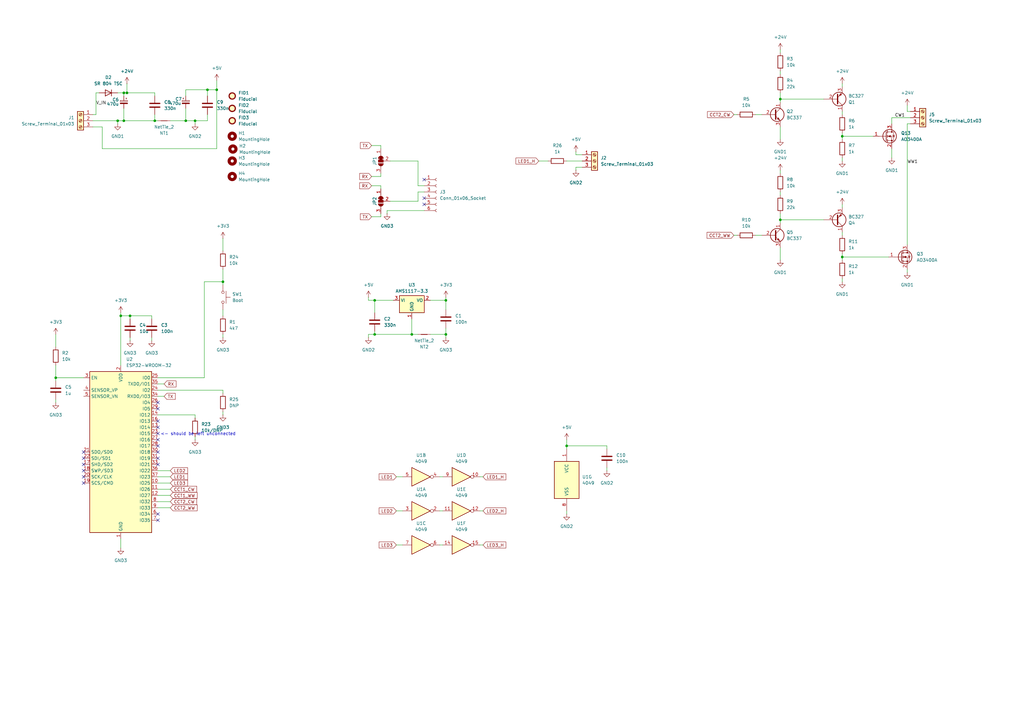
<source format=kicad_sch>
(kicad_sch (version 20231120) (generator "eeschema") (generator_version "8.0")
  (paper "A3")
  (lib_symbols
    (symbol "4xxx:4049" (pin_names (offset 1.016))
      (property "Reference" "U" (at 0 1.27 0))
      (property "Value" "4049" (at 0 -1.27 0))
      (symbol "4049_1_0"
        (pin output inverted (at 7.62 0 180) (length 3.81) (name "~") (number "2"))
        (pin input line (at -7.62 0 0) (length 3.81) (name "~") (number "3"))
      )
      (symbol "4049_2_0"
        (pin output inverted (at 7.62 0 180) (length 3.81) (name "~") (number "4"))
        (pin input line (at -7.62 0 0) (length 3.81) (name "~") (number "5"))
      )
      (symbol "4049_3_0"
        (pin output inverted (at 7.62 0 180) (length 3.81) (name "~") (number "6"))
        (pin input line (at -7.62 0 0) (length 3.81) (name "~") (number "7"))
      )
      (symbol "4049_4_0"
        (pin output inverted (at 7.62 0 180) (length 3.81) (name "~") (number "10"))
        (pin input line (at -7.62 0 0) (length 3.81) (name "~") (number "9"))
      )
      (symbol "4049_5_0"
        (pin input line (at -7.62 0 0) (length 3.81) (name "~") (number "11"))
        (pin output inverted (at 7.62 0 180) (length 3.81) (name "~") (number "12"))
      )
      (symbol "4049_6_0"
        (pin input line (at -7.62 0 0) (length 3.81) (name "~") (number "14"))
        (pin output inverted (at 7.62 0 180) (length 3.81) (name "~") (number "15"))
      )
      (symbol "4049_7_0"
        (pin power_in line (at 0 12.7 270) (length 5.08) (name "VCC") (number "1"))
        (pin power_in line (at 0 -12.7 90) (length 5.08) (name "VSS") (number "8"))
      )
    )
    (symbol "Connector:Conn_01x06_Socket" (pin_names (offset 1.016) hide)
      (property "Reference" "J" (at 0 7.62 0))
      (property "Value" "Conn_01x06_Socket" (at 0 -10.16 0))
      (symbol "Conn_01x06_Socket_1_1"
        (pin passive line (at -5.08 5.08 0) (length 3.81) (name "Pin_1") (number "1"))
        (pin passive line (at -5.08 2.54 0) (length 3.81) (name "Pin_2") (number "2"))
        (pin passive line (at -5.08 0 0) (length 3.81) (name "Pin_3") (number "3"))
        (pin passive line (at -5.08 -2.54 0) (length 3.81) (name "Pin_4") (number "4"))
        (pin passive line (at -5.08 -5.08 0) (length 3.81) (name "Pin_5") (number "5"))
        (pin passive line (at -5.08 -7.62 0) (length 3.81) (name "Pin_6") (number "6"))
      )
    )
    (symbol "Connector:Screw_Terminal_01x03" (pin_names (offset 1.016) hide)
      (property "Reference" "J" (at 0 5.08 0))
      (property "Value" "Screw_Terminal_01x03" (at 0 -5.08 0))
      (symbol "Screw_Terminal_01x03_1_1"
        (pin passive line (at -5.08 2.54 0) (length 3.81) (name "Pin_1") (number "1"))
        (pin passive line (at -5.08 0 0) (length 3.81) (name "Pin_2") (number "2"))
        (pin passive line (at -5.08 -2.54 0) (length 3.81) (name "Pin_3") (number "3"))
      )
    )
    (symbol "Device:C" (pin_numbers hide) (pin_names (offset 0.254))
      (property "Reference" "C" (at 0.635 2.54 0))
      (property "Value" "C" (at 0.635 -2.54 0))
      (symbol "C_1_1"
        (pin passive line (at 0 3.81 270) (length 2.794) (name "~") (number "1"))
        (pin passive line (at 0 -3.81 90) (length 2.794) (name "~") (number "2"))
      )
    )
    (symbol "Device:C_Polarized_Small" (pin_numbers hide) (pin_names (offset 0.254) hide)
      (property "Reference" "C" (at 0.254 1.778 0))
      (property "Value" "C_Polarized_Small" (at 0.254 -2.032 0))
      (symbol "C_Polarized_Small_1_1"
        (pin passive line (at 0 2.54 270) (length 1.8542) (name "~") (number "1"))
        (pin passive line (at 0 -2.54 90) (length 1.8542) (name "~") (number "2"))
      )
    )
    (symbol "Device:D" (pin_numbers hide) (pin_names (offset 1.016) hide)
      (property "Reference" "D" (at 0 2.54 0))
      (property "Value" "D" (at 0 -2.54 0))
      (symbol "D_1_1"
        (pin passive line (at -3.81 0 0) (length 2.54) (name "K") (number "1"))
        (pin passive line (at 3.81 0 180) (length 2.54) (name "A") (number "2"))
      )
    )
    (symbol "Device:NetTie_2" (pin_numbers hide) (pin_names (offset 0) hide) (in_bom no)
      (property "Reference" "NT" (at 0 1.27 0))
      (property "Value" "NetTie_2" (at 0 -1.27 0))
      (symbol "NetTie_2_1_1"
        (pin passive line (at -2.54 0 0) (length 2.54) (name "1") (number "1"))
        (pin passive line (at 2.54 0 180) (length 2.54) (name "2") (number "2"))
      )
    )
    (symbol "Device:R" (pin_numbers hide) (pin_names (offset 0))
      (property "Reference" "R" (at 2.032 0 90))
      (property "Value" "R" (at 0 0 90))
      (symbol "R_1_1"
        (pin passive line (at 0 3.81 270) (length 1.27) (name "~") (number "1"))
        (pin passive line (at 0 -3.81 90) (length 1.27) (name "~") (number "2"))
      )
    )
    (symbol "Jumper:SolderJumper_3_Bridged12" (pin_names (offset 0) hide) (exclude_from_sim yes) (in_bom no)
      (property "Reference" "JP" (at -2.54 -2.54 0))
      (property "Value" "SolderJumper_3_Bridged12" (at 0 2.794 0))
      (symbol "SolderJumper_3_Bridged12_1_1"
        (pin passive line (at -5.08 0 0) (length 2.54) (name "A") (number "1"))
        (pin passive line (at 0 -3.81 90) (length 2.54) (name "C") (number "2"))
        (pin passive line (at 5.08 0 180) (length 2.54) (name "B") (number "3"))
      )
    )
    (symbol "Mechanical:Fiducial" (exclude_from_sim yes) (in_bom no)
      (property "Reference" "FID" (at 0 5.08 0))
      (property "Value" "Fiducial" (at 0 3.175 0))
    )
    (symbol "Mechanical:MountingHole" (pin_names (offset 1.016)) (exclude_from_sim yes) (in_bom no)
      (property "Reference" "H" (at 0 5.08 0))
      (property "Value" "MountingHole" (at 0 3.175 0))
    )
    (symbol "RF_Module:ESP32-WROOM-32"
      (property "Reference" "U" (at -12.7 34.29 0))
      (property "Value" "ESP32-WROOM-32" (at 1.27 34.29 0))
      (symbol "ESP32-WROOM-32_1_1"
        (pin power_in line (at 0 -35.56 90) (length 2.54) (name "GND") (number "1"))
        (pin bidirectional line (at 15.24 -12.7 180) (length 2.54) (name "IO25") (number "10"))
        (pin bidirectional line (at 15.24 -15.24 180) (length 2.54) (name "IO26") (number "11"))
        (pin bidirectional line (at 15.24 -17.78 180) (length 2.54) (name "IO27") (number "12"))
        (pin bidirectional line (at 15.24 10.16 180) (length 2.54) (name "IO14") (number "13"))
        (pin bidirectional line (at 15.24 15.24 180) (length 2.54) (name "IO12") (number "14"))
        (pin passive line (at 0 -35.56 90) (length 2.54) hide (name "GND") (number "15"))
        (pin bidirectional line (at 15.24 12.7 180) (length 2.54) (name "IO13") (number "16"))
        (pin bidirectional line (at -15.24 -5.08 0) (length 2.54) (name "SHD/SD2") (number "17"))
        (pin bidirectional line (at -15.24 -7.62 0) (length 2.54) (name "SWP/SD3") (number "18"))
        (pin bidirectional line (at -15.24 -12.7 0) (length 2.54) (name "SCS/CMD") (number "19"))
        (pin power_in line (at 0 35.56 270) (length 2.54) (name "VDD") (number "2"))
        (pin bidirectional line (at -15.24 -10.16 0) (length 2.54) (name "SCK/CLK") (number "20"))
        (pin bidirectional line (at -15.24 0 0) (length 2.54) (name "SDO/SD0") (number "21"))
        (pin bidirectional line (at -15.24 -2.54 0) (length 2.54) (name "SDI/SD1") (number "22"))
        (pin bidirectional line (at 15.24 7.62 180) (length 2.54) (name "IO15") (number "23"))
        (pin bidirectional line (at 15.24 25.4 180) (length 2.54) (name "IO2") (number "24"))
        (pin bidirectional line (at 15.24 30.48 180) (length 2.54) (name "IO0") (number "25"))
        (pin bidirectional line (at 15.24 20.32 180) (length 2.54) (name "IO4") (number "26"))
        (pin bidirectional line (at 15.24 5.08 180) (length 2.54) (name "IO16") (number "27"))
        (pin bidirectional line (at 15.24 2.54 180) (length 2.54) (name "IO17") (number "28"))
        (pin bidirectional line (at 15.24 17.78 180) (length 2.54) (name "IO5") (number "29"))
        (pin input line (at -15.24 30.48 0) (length 2.54) (name "EN") (number "3"))
        (pin bidirectional line (at 15.24 0 180) (length 2.54) (name "IO18") (number "30"))
        (pin bidirectional line (at 15.24 -2.54 180) (length 2.54) (name "IO19") (number "31"))
        (pin no_connect line (at -12.7 -27.94 0) (length 2.54) hide (name "NC") (number "32"))
        (pin bidirectional line (at 15.24 -5.08 180) (length 2.54) (name "IO21") (number "33"))
        (pin bidirectional line (at 15.24 22.86 180) (length 2.54) (name "RXD0/IO3") (number "34"))
        (pin bidirectional line (at 15.24 27.94 180) (length 2.54) (name "TXD0/IO1") (number "35"))
        (pin bidirectional line (at 15.24 -7.62 180) (length 2.54) (name "IO22") (number "36"))
        (pin bidirectional line (at 15.24 -10.16 180) (length 2.54) (name "IO23") (number "37"))
        (pin passive line (at 0 -35.56 90) (length 2.54) hide (name "GND") (number "38"))
        (pin passive line (at 0 -35.56 90) (length 2.54) hide (name "GND") (number "39"))
        (pin input line (at -15.24 25.4 0) (length 2.54) (name "SENSOR_VP") (number "4"))
        (pin input line (at -15.24 22.86 0) (length 2.54) (name "SENSOR_VN") (number "5"))
        (pin input line (at 15.24 -25.4 180) (length 2.54) (name "IO34") (number "6"))
        (pin input line (at 15.24 -27.94 180) (length 2.54) (name "IO35") (number "7"))
        (pin bidirectional line (at 15.24 -20.32 180) (length 2.54) (name "IO32") (number "8"))
        (pin bidirectional line (at 15.24 -22.86 180) (length 2.54) (name "IO33") (number "9"))
      )
    )
    (symbol "Regulator_Linear:AMS1117-3.3"
      (property "Reference" "U" (at -3.81 3.175 0))
      (property "Value" "AMS1117-3.3" (at 0 3.175 0))
      (symbol "AMS1117-3.3_1_1"
        (pin power_in line (at 0 -7.62 90) (length 2.54) (name "GND") (number "1"))
        (pin power_out line (at 7.62 0 180) (length 2.54) (name "VO") (number "2"))
        (pin power_in line (at -7.62 0 0) (length 2.54) (name "VI") (number "3"))
      )
    )
    (symbol "Switch:SW_Push" (pin_numbers hide) (pin_names (offset 1.016) hide)
      (property "Reference" "SW" (at 1.27 2.54 0))
      (property "Value" "SW_Push" (at 0 -1.524 0))
      (symbol "SW_Push_0_1"
        (pin passive line (at -5.08 0 0) (length 2.54) (name "1") (number "1"))
        (pin passive line (at 5.08 0 180) (length 2.54) (name "2") (number "2"))
      )
    )
    (symbol "Transistor_BJT:BC327" (pin_names (offset 0) hide)
      (property "Reference" "Q" (at 5.08 1.905 0))
      (property "Value" "BC327" (at 5.08 0 0))
      (symbol "BC327_1_1"
        (pin passive line (at 2.54 5.08 270) (length 2.54) (name "C") (number "1"))
        (pin input line (at -5.08 0 0) (length 5.715) (name "B") (number "2"))
        (pin passive line (at 2.54 -5.08 90) (length 2.54) (name "E") (number "3"))
      )
    )
    (symbol "Transistor_BJT:BC337" (pin_names (offset 0) hide)
      (property "Reference" "Q" (at 5.08 1.905 0))
      (property "Value" "BC337" (at 5.08 0 0))
      (symbol "BC337_1_1"
        (pin passive line (at 2.54 5.08 270) (length 2.54) (name "C") (number "1"))
        (pin input line (at -5.08 0 0) (length 5.08) (name "B") (number "2"))
        (pin passive line (at 2.54 -5.08 90) (length 2.54) (name "E") (number "3"))
      )
    )
    (symbol "Transistor_FET:AO3400A" (pin_names hide)
      (property "Reference" "Q" (at 5.08 1.905 0))
      (property "Value" "AO3400A" (at 5.08 0 0))
      (symbol "AO3400A_1_1"
        (pin input line (at -5.08 0 0) (length 2.54) (name "G") (number "1"))
        (pin passive line (at 2.54 -5.08 90) (length 2.54) (name "S") (number "2"))
        (pin passive line (at 2.54 5.08 270) (length 2.54) (name "D") (number "3"))
      )
    )
    (symbol "power:+24V" (power) (pin_numbers hide) (pin_names (offset 0) hide)
      (property "Value" "+24V" (at 0 3.556 0))
      (symbol "+24V_1_1"
        (pin power_in line (at 0 0 90) (length 0) (name "~") (number "1"))
      )
    )
    (symbol "power:+3V3" (power) (pin_numbers hide) (pin_names (offset 0) hide)
      (property "Value" "+3V3" (at 0 3.556 0))
      (symbol "+3V3_1_1"
        (pin power_in line (at 0 0 90) (length 0) (name "~") (number "1"))
      )
    )
    (symbol "power:+5V" (power) (pin_numbers hide) (pin_names (offset 0) hide)
      (property "Value" "+5V" (at 0 3.556 0))
      (symbol "+5V_1_1"
        (pin power_in line (at 0 0 90) (length 0) (name "~") (number "1"))
      )
    )
    (symbol "power:GND1" (power) (pin_numbers hide) (pin_names (offset 0) hide)
      (property "Value" "GND1" (at 0 -3.81 0))
      (symbol "GND1_1_1"
        (pin power_in line (at 0 0 270) (length 0) (name "~") (number "1"))
      )
    )
    (symbol "power:GND2" (power) (pin_numbers hide) (pin_names (offset 0) hide)
      (property "Value" "GND2" (at 0 -3.81 0))
      (symbol "GND2_1_1"
        (pin power_in line (at 0 0 270) (length 0) (name "~") (number "1"))
      )
    )
    (symbol "power:GND3" (power) (pin_numbers hide) (pin_names (offset 0) hide)
      (property "Value" "GND3" (at 0 -3.81 0))
      (symbol "GND3_1_1"
        (pin power_in line (at 0 0 270) (length 0) (name "~") (number "1"))
      )
    )
  )
  (junction (at 76.2 49.53))
  (junction (at 48.26 49.53))
  (junction (at 320.04 90.17))
  (junction (at 153.67 123.19))
  (junction (at 153.67 137.16))
  (junction (at 91.44 115.57))
  (junction (at 182.88 123.19))
  (junction (at 88.9 36.83))
  (junction (at 345.44 55.88))
  (junction (at 63.5 49.53))
  (junction (at 182.88 137.16))
  (junction (at 80.01 49.53))
  (junction (at 50.8 49.53))
  (junction (at 345.44 105.41))
  (junction (at 52.07 38.1))
  (junction (at 22.86 154.94))
  (junction (at 320.04 40.64))
  (junction (at 53.34 129.54))
  (junction (at 168.91 137.16))
  (junction (at 232.41 182.88))
  (junction (at 50.8 38.1))
  (junction (at 85.09 36.83))
  (junction (at 49.53 129.54))
  (no_connect (at 64.77 185.42))
  (no_connect (at 64.77 172.72))
  (no_connect (at 64.77 165.1))
  (no_connect (at 34.29 193.04))
  (no_connect (at 64.77 175.26))
  (no_connect (at 64.77 210.82))
  (no_connect (at 34.29 187.96))
  (no_connect (at 64.77 177.8))
  (no_connect (at 34.29 190.5))
  (no_connect (at 34.29 198.12))
  (no_connect (at 34.29 195.58))
  (no_connect (at 173.99 81.28))
  (no_connect (at 64.77 190.5))
  (no_connect (at 173.99 83.82))
  (no_connect (at 64.77 182.88))
  (no_connect (at 64.77 167.64))
  (no_connect (at 64.77 180.34))
  (no_connect (at 64.77 213.36))
  (no_connect (at 34.29 185.42))
  (no_connect (at 64.77 187.96))
  (no_connect (at 173.99 73.66))
  (wire (pts (xy 80.01 180.34) (xy 80.01 179.07)))
  (wire (pts (xy 49.53 220.98) (xy 49.53 224.79)))
  (wire (pts (xy 151.13 137.16) (xy 151.13 138.43)))
  (wire (pts (xy 232.41 66.04) (xy 238.76 66.04)))
  (wire (pts (xy 168.91 137.16) (xy 171.45 137.16)))
  (wire (pts (xy 345.44 105.41) (xy 364.49 105.41)))
  (wire (pts (xy 365.76 48.26) (xy 373.38 48.26)))
  (wire (pts (xy 182.88 123.19) (xy 182.88 127)))
  (wire (pts (xy 22.86 149.86) (xy 22.86 154.94)))
  (wire (pts (xy 320.04 29.21) (xy 320.04 30.48)))
  (wire (pts (xy 248.92 191.77) (xy 248.92 193.04)))
  (wire (pts (xy 300.99 46.99) (xy 302.26 46.99)))
  (wire (pts (xy 76.2 49.53) (xy 80.01 49.53)))
  (wire (pts (xy 64.77 198.12) (xy 69.85 198.12)))
  (wire (pts (xy 80.01 170.18) (xy 80.01 171.45)))
  (wire (pts (xy 41.91 60.96) (xy 88.9 60.96)))
  (wire (pts (xy 182.88 134.62) (xy 182.88 137.16)))
  (wire (pts (xy 238.76 63.5) (xy 236.22 63.5)))
  (wire (pts (xy 248.92 182.88) (xy 248.92 184.15)))
  (wire (pts (xy 372.11 45.72) (xy 373.38 45.72)))
  (wire (pts (xy 151.13 137.16) (xy 153.67 137.16)))
  (wire (pts (xy 48.26 38.1) (xy 50.8 38.1)))
  (wire (pts (xy 50.8 44.45) (xy 50.8 49.53)))
  (wire (pts (xy 64.77 200.66) (xy 69.85 200.66)))
  (wire (pts (xy 320.04 101.6) (xy 320.04 106.68)))
  (wire (pts (xy 320.04 90.17) (xy 337.82 90.17)))
  (wire (pts (xy 182.88 137.16) (xy 182.88 138.43)))
  (wire (pts (xy 85.09 36.83) (xy 85.09 39.37)))
  (wire (pts (xy 345.44 34.29) (xy 345.44 35.56)))
  (wire (pts (xy 152.4 88.9) (xy 156.21 88.9)))
  (wire (pts (xy 63.5 46.99) (xy 63.5 49.53)))
  (wire (pts (xy 80.01 49.53) (xy 85.09 49.53)))
  (wire (pts (xy 320.04 78.74) (xy 320.04 80.01)))
  (wire (pts (xy 320.04 38.1) (xy 320.04 40.64)))
  (wire (pts (xy 171.45 78.74) (xy 173.99 78.74)))
  (wire (pts (xy 62.23 139.7) (xy 62.23 138.43)))
  (wire (pts (xy 232.41 182.88) (xy 248.92 182.88)))
  (wire (pts (xy 232.41 182.88) (xy 232.41 184.15)))
  (wire (pts (xy 345.44 114.3) (xy 345.44 115.57)))
  (wire (pts (xy 50.8 38.1) (xy 52.07 38.1)))
  (wire (pts (xy 39.37 38.1) (xy 39.37 46.99)))
  (wire (pts (xy 64.77 195.58) (xy 69.85 195.58)))
  (wire (pts (xy 38.1 52.07) (xy 41.91 52.07)))
  (wire (pts (xy 156.21 88.9) (xy 156.21 87.63)))
  (wire (pts (xy 22.86 154.94) (xy 34.29 154.94)))
  (wire (pts (xy 64.77 205.74) (xy 69.85 205.74)))
  (wire (pts (xy 91.44 116.84) (xy 91.44 115.57)))
  (wire (pts (xy 50.8 38.1) (xy 50.8 39.37)))
  (wire (pts (xy 345.44 55.88) (xy 345.44 57.15)))
  (wire (pts (xy 64.77 193.04) (xy 69.85 193.04)))
  (wire (pts (xy 320.04 40.64) (xy 320.04 41.91)))
  (wire (pts (xy 91.44 102.87) (xy 91.44 97.79)))
  (wire (pts (xy 180.34 223.52) (xy 181.61 223.52)))
  (wire (pts (xy 345.44 95.25) (xy 345.44 96.52)))
  (wire (pts (xy 91.44 110.49) (xy 91.44 115.57)))
  (wire (pts (xy 320.04 90.17) (xy 320.04 91.44)))
  (wire (pts (xy 153.67 137.16) (xy 168.91 137.16)))
  (wire (pts (xy 198.12 195.58) (xy 196.85 195.58)))
  (wire (pts (xy 85.09 46.99) (xy 85.09 49.53)))
  (wire (pts (xy 22.86 142.24) (xy 22.86 137.16)))
  (wire (pts (xy 345.44 55.88) (xy 358.14 55.88)))
  (wire (pts (xy 372.11 110.49) (xy 372.11 111.76)))
  (wire (pts (xy 232.41 209.55) (xy 232.41 210.82)))
  (wire (pts (xy 151.13 123.19) (xy 153.67 123.19)))
  (wire (pts (xy 88.9 36.83) (xy 88.9 60.96)))
  (wire (pts (xy 153.67 123.19) (xy 161.29 123.19)))
  (wire (pts (xy 50.8 49.53) (xy 63.5 49.53)))
  (wire (pts (xy 76.2 36.83) (xy 85.09 36.83)))
  (wire (pts (xy 300.99 96.52) (xy 302.26 96.52)))
  (wire (pts (xy 236.22 63.5) (xy 236.22 62.23)))
  (wire (pts (xy 64.77 162.56) (xy 67.31 162.56)))
  (wire (pts (xy 372.11 50.8) (xy 372.11 100.33)))
  (wire (pts (xy 171.45 66.04) (xy 160.02 66.04)))
  (wire (pts (xy 156.21 72.39) (xy 156.21 71.12)))
  (wire (pts (xy 153.67 135.89) (xy 153.67 137.16)))
  (wire (pts (xy 176.53 123.19) (xy 182.88 123.19)))
  (wire (pts (xy 49.53 128.27) (xy 49.53 129.54)))
  (wire (pts (xy 365.76 50.8) (xy 365.76 48.26)))
  (wire (pts (xy 91.44 170.18) (xy 91.44 168.91)))
  (wire (pts (xy 372.11 43.18) (xy 372.11 45.72)))
  (wire (pts (xy 309.88 46.99) (xy 312.42 46.99)))
  (wire (pts (xy 22.86 156.21) (xy 22.86 154.94)))
  (wire (pts (xy 64.77 154.94) (xy 83.82 154.94)))
  (wire (pts (xy 152.4 72.39) (xy 156.21 72.39)))
  (wire (pts (xy 63.5 49.53) (xy 64.77 49.53)))
  (wire (pts (xy 196.85 209.55) (xy 198.12 209.55)))
  (wire (pts (xy 152.4 59.69) (xy 156.21 59.69)))
  (wire (pts (xy 76.2 39.37) (xy 76.2 36.83)))
  (wire (pts (xy 49.53 129.54) (xy 53.34 129.54)))
  (wire (pts (xy 320.04 87.63) (xy 320.04 90.17)))
  (wire (pts (xy 173.99 76.2) (xy 171.45 76.2)))
  (wire (pts (xy 171.45 76.2) (xy 171.45 66.04)))
  (wire (pts (xy 63.5 38.1) (xy 63.5 39.37)))
  (wire (pts (xy 39.37 46.99) (xy 38.1 46.99)))
  (wire (pts (xy 80.01 49.53) (xy 80.01 50.8)))
  (wire (pts (xy 49.53 129.54) (xy 49.53 149.86)))
  (wire (pts (xy 53.34 129.54) (xy 62.23 129.54)))
  (wire (pts (xy 345.44 45.72) (xy 345.44 46.99)))
  (wire (pts (xy 52.07 34.29) (xy 52.07 38.1)))
  (wire (pts (xy 76.2 49.53) (xy 69.85 49.53)))
  (wire (pts (xy 48.26 49.53) (xy 48.26 50.8)))
  (wire (pts (xy 220.98 66.04) (xy 224.79 66.04)))
  (wire (pts (xy 160.02 82.55) (xy 171.45 82.55)))
  (wire (pts (xy 372.11 50.8) (xy 373.38 50.8)))
  (wire (pts (xy 64.77 203.2) (xy 69.85 203.2)))
  (wire (pts (xy 181.61 195.58) (xy 180.34 195.58)))
  (wire (pts (xy 83.82 115.57) (xy 83.82 154.94)))
  (wire (pts (xy 52.07 38.1) (xy 63.5 38.1)))
  (wire (pts (xy 156.21 59.69) (xy 156.21 60.96)))
  (wire (pts (xy 64.77 160.02) (xy 91.44 160.02)))
  (wire (pts (xy 62.23 130.81) (xy 62.23 129.54)))
  (wire (pts (xy 91.44 160.02) (xy 91.44 161.29)))
  (wire (pts (xy 88.9 33.02) (xy 88.9 36.83)))
  (wire (pts (xy 151.13 121.92) (xy 151.13 123.19)))
  (wire (pts (xy 64.77 208.28) (xy 69.85 208.28)))
  (wire (pts (xy 309.88 96.52) (xy 312.42 96.52)))
  (wire (pts (xy 345.44 83.82) (xy 345.44 85.09)))
  (wire (pts (xy 236.22 69.85) (xy 236.22 68.58)))
  (wire (pts (xy 345.44 104.14) (xy 345.44 105.41)))
  (wire (pts (xy 53.34 130.81) (xy 53.34 129.54)))
  (wire (pts (xy 176.53 137.16) (xy 182.88 137.16)))
  (wire (pts (xy 345.44 105.41) (xy 345.44 106.68)))
  (wire (pts (xy 76.2 44.45) (xy 76.2 49.53)))
  (wire (pts (xy 168.91 137.16) (xy 168.91 130.81)))
  (wire (pts (xy 153.67 123.19) (xy 153.67 128.27)))
  (wire (pts (xy 91.44 138.43) (xy 91.44 137.16)))
  (wire (pts (xy 320.04 52.07) (xy 320.04 57.15)))
  (wire (pts (xy 345.44 64.77) (xy 345.44 66.04)))
  (wire (pts (xy 156.21 76.2) (xy 156.21 77.47)))
  (wire (pts (xy 182.88 121.92) (xy 182.88 123.19)))
  (wire (pts (xy 85.09 36.83) (xy 88.9 36.83)))
  (wire (pts (xy 320.04 69.85) (xy 320.04 71.12)))
  (wire (pts (xy 41.91 52.07) (xy 41.91 60.96)))
  (wire (pts (xy 91.44 127) (xy 91.44 129.54)))
  (wire (pts (xy 53.34 139.7) (xy 53.34 138.43)))
  (wire (pts (xy 181.61 209.55) (xy 180.34 209.55)))
  (wire (pts (xy 345.44 54.61) (xy 345.44 55.88)))
  (wire (pts (xy 91.44 115.57) (xy 83.82 115.57)))
  (wire (pts (xy 320.04 40.64) (xy 337.82 40.64)))
  (wire (pts (xy 158.75 87.63) (xy 158.75 86.36)))
  (wire (pts (xy 232.41 180.34) (xy 232.41 182.88)))
  (wire (pts (xy 158.75 86.36) (xy 173.99 86.36)))
  (wire (pts (xy 162.56 223.52) (xy 165.1 223.52)))
  (wire (pts (xy 22.86 165.1) (xy 22.86 163.83)))
  (wire (pts (xy 39.37 38.1) (xy 40.64 38.1)))
  (wire (pts (xy 365.76 60.96) (xy 365.76 64.77)))
  (wire (pts (xy 152.4 76.2) (xy 156.21 76.2)))
  (wire (pts (xy 320.04 20.32) (xy 320.04 21.59)))
  (wire (pts (xy 162.56 195.58) (xy 165.1 195.58)))
  (wire (pts (xy 64.77 170.18) (xy 80.01 170.18)))
  (wire (pts (xy 48.26 49.53) (xy 50.8 49.53)))
  (wire (pts (xy 38.1 49.53) (xy 48.26 49.53)))
  (wire (pts (xy 171.45 82.55) (xy 171.45 78.74)))
  (wire (pts (xy 236.22 68.58) (xy 238.76 68.58)))
  (wire (pts (xy 162.56 209.55) (xy 165.1 209.55)))
  (wire (pts (xy 196.85 223.52) (xy 198.12 223.52)))
  (wire (pts (xy 64.77 157.48) (xy 67.31 157.48)))
  (text "<- should be left unconnected" (at 81.28 178.054 0) (effects (font (size 1.27 1.27))))
  (label "WW1" (at 372.11 67.31 0))
  (label "V_IN" (at 39.37 43.18 0))
  (label "CW1" (at 367.03 48.26 0))
  (global_label "LED1" (shape input) (at 162.56 195.58 180) (property "Intersheetrefs" "${INTERSHEET_REFS}" (effects (hide yes))))
  (global_label "TX" (shape input) (at 67.31 162.56 0) (property "Intersheetrefs" "${INTERSHEET_REFS}" (effects (hide yes))))
  (global_label "RX" (shape input) (at 67.31 157.48 0) (property "Intersheetrefs" "${INTERSHEET_REFS}" (effects (hide yes))))
  (global_label "TX" (shape input) (at 152.4 59.69 180) (property "Intersheetrefs" "${INTERSHEET_REFS}" (effects (hide yes))))
  (global_label "RX" (shape input) (at 152.4 76.2 180) (property "Intersheetrefs" "${INTERSHEET_REFS}" (effects (hide yes))))
  (global_label "LED3" (shape input) (at 162.56 223.52 180) (property "Intersheetrefs" "${INTERSHEET_REFS}" (effects (hide yes))))
  (global_label "TX" (shape input) (at 152.4 88.9 180) (property "Intersheetrefs" "${INTERSHEET_REFS}" (effects (hide yes))))
  (global_label "LED1" (shape input) (at 69.85 195.58 0) (property "Intersheetrefs" "${INTERSHEET_REFS}" (effects (hide yes))))
  (global_label "LED2" (shape input) (at 69.85 193.04 0) (property "Intersheetrefs" "${INTERSHEET_REFS}" (effects (hide yes))))
  (global_label "CCT2_CW" (shape input) (at 69.85 205.74 0) (property "Intersheetrefs" "${INTERSHEET_REFS}" (effects (hide yes))))
  (global_label "LED2" (shape input) (at 162.56 209.55 180) (property "Intersheetrefs" "${INTERSHEET_REFS}" (effects (hide yes))))
  (global_label "LED3_H" (shape input) (at 198.12 223.52 0) (property "Intersheetrefs" "${INTERSHEET_REFS}" (effects (hide yes))))
  (global_label "LED1_H" (shape input) (at 198.12 195.58 0) (property "Intersheetrefs" "${INTERSHEET_REFS}" (effects (hide yes))))
  (global_label "LED1_H" (shape input) (at 220.98 66.04 180) (property "Intersheetrefs" "${INTERSHEET_REFS}" (effects (hide yes))))
  (global_label "LED2_H" (shape input) (at 198.12 209.55 0) (property "Intersheetrefs" "${INTERSHEET_REFS}" (effects (hide yes))))
  (global_label "CCT2_WW" (shape input) (at 300.99 96.52 180) (property "Intersheetrefs" "${INTERSHEET_REFS}" (effects (hide yes))))
  (global_label "CCT1_WW" (shape input) (at 69.85 203.2 0) (property "Intersheetrefs" "${INTERSHEET_REFS}" (effects (hide yes))))
  (global_label "CCT2_CW" (shape input) (at 300.99 46.99 180) (property "Intersheetrefs" "${INTERSHEET_REFS}" (effects (hide yes))))
  (global_label "RX" (shape input) (at 152.4 72.39 180) (property "Intersheetrefs" "${INTERSHEET_REFS}" (effects (hide yes))))
  (global_label "CCT2_WW" (shape input) (at 69.85 208.28 0) (property "Intersheetrefs" "${INTERSHEET_REFS}" (effects (hide yes))))
  (global_label "LED3" (shape input) (at 69.85 198.12 0) (property "Intersheetrefs" "${INTERSHEET_REFS}" (effects (hide yes))))
  (global_label "CCT1_CW" (shape input) (at 69.85 200.66 0) (property "Intersheetrefs" "${INTERSHEET_REFS}" (effects (hide yes))))
  (symbol (lib_id "power:GND1") (at 345.44 66.04 0) (unit 1)
    (property "Reference" "#PWR016" (effects (hide yes)))
    (property "Value" "GND1" (at 345.44 71.12 0))
    (property "Description" "Power symbol creates a global label with name \"GND1\" , ground" (effects (hide yes)))
  )
  (symbol (lib_id "power:GND3") (at 53.34 139.7 0) (unit 1)
    (property "Reference" "#PWR035" (effects (hide yes)))
    (property "Value" "GND3" (at 53.34 144.78 0))
    (property "Description" "Power symbol creates a global label with name \"GND3\" , ground" (effects (hide yes)))
  )
  (symbol (lib_id "Device:C") (at 63.5 43.18 0) (unit 1)
    (property "Reference" "C8" (at 67.31 41.9099 0) (effects (justify left)))
    (property "Value" "330n" (at 67.31 44.4499 0) (effects (justify left)))
    (property "Footprint" "Capacitor_SMD:C_0805_2012Metric_Pad1.18x1.45mm_HandSolder" (effects (hide yes)))
    (property "Description" "Unpolarized capacitor" (effects (hide yes)))
  )
  (symbol (lib_id "Connector:Screw_Terminal_01x03") (at 33.02 49.53 0) (mirror y) (unit 1)
    (property "Reference" "J1" (at 30.48 48.2599 0) (effects (justify left)))
    (property "Value" "Screw_Terminal_01x03" (at 30.48 50.7999 0) (effects (justify left)))
    (property "Footprint" "TerminalBlock_MetzConnect:TerminalBlock_MetzConnect_Type701_RT11L03HGLU_1x03_P6.35mm_Horizontal" (effects (hide yes)))
    (property "Description" "Generic screw terminal, single row, 01x03, script generated (kicad-library-utils/schlib/autogen/connector/)" (effects (hide yes)))
  )
  (symbol (lib_id "Device:C") (at 248.92 187.96 0) (unit 1)
    (property "Reference" "C10" (at 252.73 186.6899 0) (effects (justify left)))
    (property "Value" "100n" (at 252.73 189.2299 0) (effects (justify left)))
    (property "Footprint" "Capacitor_SMD:C_0805_2012Metric_Pad1.18x1.45mm_HandSolder" (effects (hide yes)))
    (property "Description" "Unpolarized capacitor" (effects (hide yes)))
  )
  (symbol (lib_id "power:+24V") (at 320.04 69.85 0) (unit 1)
    (property "Reference" "#PWR018" (effects (hide yes)))
    (property "Value" "+24V" (at 320.04 64.77 0))
    (property "Description" "Power symbol creates a global label with name \"+24V\"" (effects (hide yes)))
  )
  (symbol (lib_id "power:GND2") (at 151.13 138.43 0) (unit 1)
    (property "Reference" "#PWR048" (effects (hide yes)))
    (property "Value" "GND2" (at 151.13 143.51 0))
    (property "Description" "Power symbol creates a global label with name \"GND2\" , ground" (effects (hide yes)))
  )
  (symbol (lib_id "Device:R") (at 320.04 34.29 180) (unit 1)
    (property "Reference" "R4" (at 322.58 33.0199 0) (effects (justify right)))
    (property "Value" "22k" (at 322.58 35.5599 0) (effects (justify right)))
    (property "Footprint" "Capacitor_SMD:C_1206_3216Metric_Pad1.33x1.80mm_HandSolder" (effects (hide yes)))
    (property "Description" "Resistor" (effects (hide yes)))
  )
  (symbol (lib_id "4xxx:4049") (at 189.23 195.58 0) (unit 4)
    (property "Reference" "U1" (at 189.23 186.69 0))
    (property "Value" "4049" (at 189.23 189.23 0))
    (property "Footprint" "Package_SO:SO-16_3.9x9.9mm_P1.27mm" (effects (hide yes)))
    (property "Datasheet" "http://www.intersil.com/content/dam/intersil/documents/cd40/cd4049ubms.pdf" (effects (hide yes)))
    (property "Description" "Hex Buffer Inverter" (effects (hide yes)))
  )
  (symbol (lib_id "power:GND3") (at 182.88 138.43 0) (unit 1)
    (property "Reference" "#PWR07" (effects (hide yes)))
    (property "Value" "GND3" (at 182.88 143.51 0))
    (property "Description" "Power symbol creates a global label with name \"GND3\" , ground" (effects (hide yes)))
  )
  (symbol (lib_id "power:GND3") (at 49.53 224.79 0) (unit 1)
    (property "Reference" "#PWR02" (effects (hide yes)))
    (property "Value" "GND3" (at 49.53 229.87 0))
    (property "Description" "Power symbol creates a global label with name \"GND3\" , ground" (effects (hide yes)))
  )
  (symbol (lib_id "power:+24V") (at 372.11 43.18 0) (unit 1)
    (property "Reference" "#PWR040" (effects (hide yes)))
    (property "Value" "+24V" (at 372.11 38.1 0))
    (property "Description" "Power symbol creates a global label with name \"+24V\"" (effects (hide yes)))
  )
  (symbol (lib_id "Device:C") (at 53.34 134.62 0) (unit 1)
    (property "Reference" "C4" (at 57.15 133.3499 0) (effects (justify left)))
    (property "Value" "10u" (at 57.15 135.8899 0) (effects (justify left)))
    (property "Footprint" "Capacitor_SMD:C_0805_2012Metric_Pad1.18x1.45mm_HandSolder" (effects (hide yes)))
    (property "Description" "Unpolarized capacitor" (effects (hide yes)))
  )
  (symbol (lib_id "Device:C_Polarized_Small") (at 76.2 41.91 0) (unit 1)
    (property "Reference" "C7" (at 71.882 40.64 0) (effects (justify left)))
    (property "Value" "470u" (at 69.342 42.418 0) (effects (justify left)))
    (property "Footprint" "Capacitor_SMD:CP_Elec_10x10" (effects (hide yes)))
    (property "Description" "Polarized capacitor, small symbol" (effects (hide yes)))
  )
  (symbol (lib_id "power:GND3") (at 80.01 180.34 0) (unit 1)
    (property "Reference" "#PWR03" (effects (hide yes)))
    (property "Value" "GND3" (at 80.01 185.42 0))
    (property "Description" "Power symbol creates a global label with name \"GND3\" , ground" (effects (hide yes)))
  )
  (symbol (lib_id "power:+3V3") (at 182.88 121.92 0) (unit 1)
    (property "Reference" "#PWR01" (effects (hide yes)))
    (property "Value" "+3V3" (at 182.88 116.84 0))
    (property "Description" "Power symbol creates a global label with name \"+3V3\"" (effects (hide yes)))
  )
  (symbol (lib_id "Transistor_BJT:BC337") (at 317.5 46.99 0) (unit 1)
    (property "Reference" "Q2" (at 322.58 45.7199 0) (effects (justify left)))
    (property "Value" "BC337" (at 322.58 48.2599 0) (effects (justify left)))
    (property "Footprint" "Package_TO_SOT_THT:TO-92_Inline" (effects (hide yes)))
    (property "Datasheet" "https://diotec.com/tl_files/diotec/files/pdf/datasheets/bc337.pdf" (effects (hide yes)))
    (property "Description" "0.8A Ic, 45V Vce, NPN Transistor, TO-92" (effects (hide yes)))
  )
  (symbol (lib_id "power:GND1") (at 365.76 64.77 0) (unit 1)
    (property "Reference" "#PWR017" (effects (hide yes)))
    (property "Value" "GND1" (at 365.76 69.85 0))
    (property "Description" "Power symbol creates a global label with name \"GND1\" , ground" (effects (hide yes)))
  )
  (symbol (lib_id "Device:C") (at 182.88 130.81 0) (unit 1)
    (property "Reference" "C1" (at 186.69 129.5399 0) (effects (justify left)))
    (property "Value" "100n" (at 186.69 132.0799 0) (effects (justify left)))
    (property "Footprint" "Capacitor_SMD:C_0805_2012Metric_Pad1.18x1.45mm_HandSolder" (effects (hide yes)))
    (property "Description" "Unpolarized capacitor" (effects (hide yes)))
  )
  (symbol (lib_id "Connector:Screw_Terminal_01x03") (at 378.46 48.26 0) (unit 1)
    (property "Reference" "J5" (at 381 46.9899 0) (effects (justify left)))
    (property "Value" "Screw_Terminal_01x03" (at 381 49.5299 0) (effects (justify left)))
    (property "Footprint" "TerminalBlock_Phoenix:TerminalBlock_Phoenix_MPT-0,5-3-2.54_1x03_P2.54mm_Horizontal" (effects (hide yes)))
    (property "Description" "Generic screw terminal, single row, 01x03, script generated (kicad-library-utils/schlib/autogen/connector/)" (effects (hide yes)))
  )
  (symbol (lib_id "Device:C") (at 153.67 132.08 0) (unit 1)
    (property "Reference" "C2" (at 157.48 130.8099 0) (effects (justify left)))
    (property "Value" "330n" (at 157.48 133.3499 0) (effects (justify left)))
    (property "Footprint" "Capacitor_SMD:C_0805_2012Metric_Pad1.18x1.45mm_HandSolder" (effects (hide yes)))
    (property "Description" "Unpolarized capacitor" (effects (hide yes)))
  )
  (symbol (lib_id "power:GND3") (at 91.44 138.43 0) (unit 1)
    (property "Reference" "#PWR08" (effects (hide yes)))
    (property "Value" "GND3" (at 91.44 143.51 0))
    (property "Description" "Power symbol creates a global label with name \"GND3\" , ground" (effects (hide yes)))
  )
  (symbol (lib_id "power:+3V3") (at 49.53 128.27 0) (unit 1)
    (property "Reference" "#PWR05" (effects (hide yes)))
    (property "Value" "+3V3" (at 49.53 123.19 0))
    (property "Description" "Power symbol creates a global label with name \"+3V3\"" (effects (hide yes)))
  )
  (symbol (lib_id "power:+3V3") (at 22.86 137.16 0) (unit 1)
    (property "Reference" "#PWR037" (effects (hide yes)))
    (property "Value" "+3V3" (at 22.86 132.08 0))
    (property "Description" "Power symbol creates a global label with name \"+3V3\"" (effects (hide yes)))
  )
  (symbol (lib_id "Device:R") (at 91.44 133.35 0) (unit 1)
    (property "Reference" "R1" (at 93.98 132.0799 0) (effects (justify left)))
    (property "Value" "4k7" (at 93.98 134.6199 0) (effects (justify left)))
    (property "Footprint" "Capacitor_SMD:C_1206_3216Metric_Pad1.33x1.80mm_HandSolder" (effects (hide yes)))
    (property "Description" "Resistor" (effects (hide yes)))
  )
  (symbol (lib_id "Device:R") (at 345.44 50.8 180) (unit 1)
    (property "Reference" "R6" (at 347.98 49.5299 0) (effects (justify right)))
    (property "Value" "1k" (at 347.98 52.0699 0) (effects (justify right)))
    (property "Footprint" "Capacitor_SMD:C_1206_3216Metric_Pad1.33x1.80mm_HandSolder" (effects (hide yes)))
    (property "Description" "Resistor" (effects (hide yes)))
  )
  (symbol (lib_id "Device:R") (at 80.01 175.26 0) (unit 1)
    (property "Reference" "R23" (at 82.55 173.9899 0) (effects (justify left)))
    (property "Value" "10k/DNP" (at 82.55 176.5299 0) (effects (justify left)))
    (property "Footprint" "Capacitor_SMD:C_1206_3216Metric_Pad1.33x1.80mm_HandSolder" (effects (hide yes)))
    (property "Description" "Resistor" (effects (hide yes)))
  )
  (symbol (lib_id "Device:R") (at 345.44 100.33 180) (unit 1)
    (property "Reference" "R11" (at 347.98 99.0599 0) (effects (justify right)))
    (property "Value" "1k" (at 347.98 101.5999 0) (effects (justify right)))
    (property "Footprint" "Capacitor_SMD:C_1206_3216Metric_Pad1.33x1.80mm_HandSolder" (effects (hide yes)))
    (property "Description" "Resistor" (effects (hide yes)))
  )
  (symbol (lib_id "Device:R") (at 91.44 106.68 0) (unit 1)
    (property "Reference" "R24" (at 93.98 105.4099 0) (effects (justify left)))
    (property "Value" "10k" (at 93.98 107.9499 0) (effects (justify left)))
    (property "Footprint" "Capacitor_SMD:C_1206_3216Metric_Pad1.33x1.80mm_HandSolder" (effects (hide yes)))
    (property "Description" "Resistor" (effects (hide yes)))
  )
  (symbol (lib_id "Device:NetTie_2") (at 67.31 49.53 0) (mirror x) (unit 1) (in_bom no)
    (property "Reference" "NT1" (at 67.31 54.61 0))
    (property "Value" "NetTie_2" (at 67.31 52.07 0))
    (property "Footprint" "NetTie:NetTie-2_SMD_Pad2.0mm" (effects (hide yes)))
    (property "Description" "Net tie, 2 pins" (effects (hide yes)))
  )
  (symbol (lib_id "power:GND3") (at 62.23 139.7 0) (unit 1)
    (property "Reference" "#PWR034" (effects (hide yes)))
    (property "Value" "GND3" (at 62.23 144.78 0))
    (property "Description" "Power symbol creates a global label with name \"GND3\" , ground" (effects (hide yes)))
  )
  (symbol (lib_id "Mechanical:MountingHole") (at 95.25 55.88 0) (unit 1) (exclude_from_sim yes) (in_bom no)
    (property "Reference" "H1" (at 97.79 54.6099 0) (effects (justify left)))
    (property "Value" "MountingHole" (at 97.79 57.1499 0) (effects (justify left)))
    (property "Footprint" "MountingHole:MountingHole_3.2mm_M3" (effects (hide yes)))
    (property "Description" "Mounting Hole without connection" (effects (hide yes)))
  )
  (symbol (lib_id "Device:R") (at 345.44 110.49 180) (unit 1)
    (property "Reference" "R12" (at 347.98 109.2199 0) (effects (justify right)))
    (property "Value" "1k" (at 347.98 111.7599 0) (effects (justify right)))
    (property "Footprint" "Capacitor_SMD:C_1206_3216Metric_Pad1.33x1.80mm_HandSolder" (effects (hide yes)))
    (property "Description" "Resistor" (effects (hide yes)))
  )
  (symbol (lib_id "power:GND2") (at 80.01 50.8 0) (unit 1)
    (property "Reference" "#PWR047" (effects (hide yes)))
    (property "Value" "GND2" (at 80.01 55.88 0))
    (property "Description" "Power symbol creates a global label with name \"GND2\" , ground" (effects (hide yes)))
  )
  (symbol (lib_id "Device:C") (at 22.86 160.02 0) (unit 1)
    (property "Reference" "C5" (at 26.67 158.7499 0) (effects (justify left)))
    (property "Value" "1u" (at 26.67 161.2899 0) (effects (justify left)))
    (property "Footprint" "Capacitor_SMD:C_0805_2012Metric_Pad1.18x1.45mm_HandSolder" (effects (hide yes)))
    (property "Description" "Unpolarized capacitor" (effects (hide yes)))
  )
  (symbol (lib_id "power:+24V") (at 345.44 83.82 0) (unit 1)
    (property "Reference" "#PWR019" (effects (hide yes)))
    (property "Value" "+24V" (at 345.44 78.74 0))
    (property "Description" "Power symbol creates a global label with name \"+24V\"" (effects (hide yes)))
  )
  (symbol (lib_id "power:GND2") (at 236.22 69.85 0) (unit 1)
    (property "Reference" "#PWR04" (effects (hide yes)))
    (property "Value" "GND2" (at 236.22 74.93 0))
    (property "Description" "Power symbol creates a global label with name \"GND2\" , ground" (effects (hide yes)))
  )
  (symbol (lib_id "power:GND1") (at 320.04 106.68 0) (unit 1)
    (property "Reference" "#PWR022" (effects (hide yes)))
    (property "Value" "GND1" (at 320.04 111.76 0))
    (property "Description" "Power symbol creates a global label with name \"GND1\" , ground" (effects (hide yes)))
  )
  (symbol (lib_id "Transistor_FET:AO3400A") (at 363.22 55.88 0) (unit 1)
    (property "Reference" "Q13" (at 369.57 54.6099 0) (effects (justify left)))
    (property "Value" "AO3400A" (at 369.57 57.1499 0) (effects (justify left)))
    (property "Footprint" "Package_TO_SOT_SMD:SOT-23" (effects (hide yes)))
    (property "Datasheet" "http://www.aosmd.com/pdfs/datasheet/AO3400A.pdf" (effects (hide yes)))
    (property "Description" "30V Vds, 5.7A Id, N-Channel MOSFET, SOT-23" (effects (hide yes)))
  )
  (symbol (lib_id "Device:R") (at 320.04 25.4 180) (unit 1)
    (property "Reference" "R3" (at 322.58 24.1299 0) (effects (justify right)))
    (property "Value" "10k" (at 322.58 26.6699 0) (effects (justify right)))
    (property "Footprint" "Capacitor_SMD:C_1206_3216Metric_Pad1.33x1.80mm_HandSolder" (effects (hide yes)))
    (property "Description" "Resistor" (effects (hide yes)))
  )
  (symbol (lib_id "power:GND1") (at 372.11 111.76 0) (unit 1)
    (property "Reference" "#PWR020" (effects (hide yes)))
    (property "Value" "GND1" (at 372.11 116.84 0))
    (property "Description" "Power symbol creates a global label with name \"GND1\" , ground" (effects (hide yes)))
  )
  (symbol (lib_id "Device:R") (at 306.07 46.99 90) (unit 1)
    (property "Reference" "R5" (at 306.07 40.64 90))
    (property "Value" "10k" (at 306.07 43.18 90))
    (property "Footprint" "Capacitor_SMD:C_1206_3216Metric_Pad1.33x1.80mm_HandSolder" (effects (hide yes)))
    (property "Description" "Resistor" (effects (hide yes)))
  )
  (symbol (lib_id "Jumper:SolderJumper_3_Bridged12") (at 156.21 82.55 90) (mirror x) (unit 1) (exclude_from_sim yes) (in_bom no)
    (property "Reference" "JP2" (at 153.67 82.55 0))
    (property "Value" "SolderJumper_3_Bridged12" (effects (hide yes)))
    (property "Footprint" "Jumper:SolderJumper-3_P1.3mm_Bridged12_RoundedPad1.0x1.5mm" (effects (hide yes)))
    (property "Description" "3-pole Solder Jumper, pins 1+2 closed/bridged" (effects (hide yes)))
  )
  (symbol (lib_id "Device:R") (at 22.86 146.05 0) (unit 1)
    (property "Reference" "R2" (at 25.4 144.7799 0) (effects (justify left)))
    (property "Value" "10k" (at 25.4 147.3199 0) (effects (justify left)))
    (property "Footprint" "Capacitor_SMD:C_1206_3216Metric_Pad1.33x1.80mm_HandSolder" (effects (hide yes)))
    (property "Description" "Resistor" (effects (hide yes)))
  )
  (symbol (lib_id "power:GND2") (at 232.41 210.82 0) (unit 1)
    (property "Reference" "#PWR049" (effects (hide yes)))
    (property "Value" "GND2" (at 232.41 215.9 0))
    (property "Description" "Power symbol creates a global label with name \"GND2\" , ground" (effects (hide yes)))
  )
  (symbol (lib_id "Jumper:SolderJumper_3_Bridged12") (at 156.21 66.04 90) (mirror x) (unit 1) (exclude_from_sim yes) (in_bom no)
    (property "Reference" "JP1" (at 153.67 66.04 0))
    (property "Value" "SolderJumper_3_Bridged12" (effects (hide yes)))
    (property "Footprint" "Jumper:SolderJumper-3_P1.3mm_Bridged12_RoundedPad1.0x1.5mm" (effects (hide yes)))
    (property "Description" "3-pole Solder Jumper, pins 1+2 closed/bridged" (effects (hide yes)))
  )
  (symbol (lib_id "4xxx:4049") (at 172.72 209.55 0) (unit 1)
    (property "Reference" "U1" (at 172.72 200.66 0))
    (property "Value" "4049" (at 172.72 203.2 0))
    (property "Footprint" "Package_SO:SO-16_3.9x9.9mm_P1.27mm" (effects (hide yes)))
    (property "Datasheet" "http://www.intersil.com/content/dam/intersil/documents/cd40/cd4049ubms.pdf" (effects (hide yes)))
    (property "Description" "Hex Buffer Inverter" (effects (hide yes)))
  )
  (symbol (lib_id "power:GND1") (at 48.26 50.8 0) (unit 1)
    (property "Reference" "#PWR039" (effects (hide yes)))
    (property "Value" "GND1" (at 48.26 55.88 0))
    (property "Description" "Power symbol creates a global label with name \"GND1\" , ground" (effects (hide yes)))
  )
  (symbol (lib_id "4xxx:4049") (at 232.41 196.85 0) (unit 7)
    (property "Reference" "U1" (at 238.76 195.5799 0) (effects (justify left)))
    (property "Value" "4049" (at 238.76 198.1199 0) (effects (justify left)))
    (property "Footprint" "Package_SO:SO-16_3.9x9.9mm_P1.27mm" (effects (hide yes)))
    (property "Datasheet" "http://www.intersil.com/content/dam/intersil/documents/cd40/cd4049ubms.pdf" (effects (hide yes)))
    (property "Description" "Hex Buffer Inverter" (effects (hide yes)))
  )
  (symbol (lib_id "power:+24V") (at 345.44 34.29 0) (unit 1)
    (property "Reference" "#PWR014" (effects (hide yes)))
    (property "Value" "+24V" (at 345.44 29.21 0))
    (property "Description" "Power symbol creates a global label with name \"+24V\"" (effects (hide yes)))
  )
  (symbol (lib_id "power:+5V") (at 151.13 121.92 0) (unit 1)
    (property "Reference" "#PWR043" (effects (hide yes)))
    (property "Value" "+5V" (at 151.13 116.84 0))
    (property "Description" "Power symbol creates a global label with name \"+5V\"" (effects (hide yes)))
  )
  (symbol (lib_id "Device:C_Polarized_Small") (at 50.8 41.91 0) (mirror y) (unit 1)
    (property "Reference" "C6" (at 48.768 40.894 0) (effects (justify left)))
    (property "Value" "470u" (at 48.768 42.672 0) (effects (justify left)))
    (property "Footprint" "Capacitor_SMD:CP_Elec_10x10" (effects (hide yes)))
    (property "Description" "Polarized capacitor, small symbol" (effects (hide yes)))
  )
  (symbol (lib_id "Device:R") (at 306.07 96.52 90) (unit 1)
    (property "Reference" "R10" (at 306.07 90.17 90))
    (property "Value" "10k" (at 306.07 92.71 90))
    (property "Footprint" "Capacitor_SMD:C_1206_3216Metric_Pad1.33x1.80mm_HandSolder" (effects (hide yes)))
    (property "Description" "Resistor" (effects (hide yes)))
  )
  (symbol (lib_id "Connector:Conn_01x06_Socket") (at 179.07 78.74 0) (unit 1)
    (property "Reference" "J3" (at 180.34 78.7399 0) (effects (justify left)))
    (property "Value" "Conn_01x06_Socket" (at 180.34 81.2799 0) (effects (justify left)))
    (property "Footprint" "Connector_PinHeader_2.54mm:PinHeader_1x06_P2.54mm_Vertical" (effects (hide yes)))
    (property "Description" "Generic connector, single row, 01x06, script generated" (effects (hide yes)))
  )
  (symbol (lib_id "power:+5V") (at 236.22 62.23 0) (unit 1)
    (property "Reference" "#PWR010" (effects (hide yes)))
    (property "Value" "+5V" (at 236.22 57.15 0))
    (property "Description" "Power symbol creates a global label with name \"+5V\"" (effects (hide yes)))
  )
  (symbol (lib_id "Transistor_BJT:BC327") (at 342.9 90.17 0) (mirror x) (unit 1)
    (property "Reference" "Q4" (at 347.98 91.4401 0) (effects (justify left)))
    (property "Value" "BC327" (at 347.98 88.9001 0) (effects (justify left)))
    (property "Footprint" "Package_TO_SOT_THT:TO-92_Inline" (effects (hide yes)))
    (property "Datasheet" "http://www.onsemi.com/pub_link/Collateral/BC327-D.PDF" (effects (hide yes)))
    (property "Description" "0.8A Ic, 45V Vce, PNP Transistor, TO-92" (effects (hide yes)))
  )
  (symbol (lib_id "Device:R") (at 345.44 60.96 180) (unit 1)
    (property "Reference" "R7" (at 347.98 59.6899 0) (effects (justify right)))
    (property "Value" "1k" (at 347.98 62.2299 0) (effects (justify right)))
    (property "Footprint" "Capacitor_SMD:C_1206_3216Metric_Pad1.33x1.80mm_HandSolder" (effects (hide yes)))
    (property "Description" "Resistor" (effects (hide yes)))
  )
  (symbol (lib_id "Mechanical:Fiducial") (at 95.25 44.45 0) (unit 1) (exclude_from_sim yes) (in_bom no)
    (property "Reference" "FID2" (at 97.79 43.1799 0) (effects (justify left)))
    (property "Value" "Fiducial" (at 97.79 45.7199 0) (effects (justify left)))
    (property "Footprint" "Fiducial:Fiducial_1.5mm_Mask3mm" (effects (hide yes)))
    (property "Description" "Fiducial Marker" (effects (hide yes)))
  )
  (symbol (lib_id "power:+5V") (at 88.9 33.02 0) (unit 1)
    (property "Reference" "#PWR044" (effects (hide yes)))
    (property "Value" "+5V" (at 88.9 27.94 0))
    (property "Description" "Power symbol creates a global label with name \"+5V\"" (effects (hide yes)))
  )
  (symbol (lib_id "Device:C") (at 62.23 134.62 0) (unit 1)
    (property "Reference" "C3" (at 66.04 133.3499 0) (effects (justify left)))
    (property "Value" "100n" (at 66.04 135.8899 0) (effects (justify left)))
    (property "Footprint" "Capacitor_SMD:C_0805_2012Metric_Pad1.18x1.45mm_HandSolder" (effects (hide yes)))
    (property "Description" "Unpolarized capacitor" (effects (hide yes)))
  )
  (symbol (lib_id "power:GND1") (at 320.04 57.15 0) (unit 1)
    (property "Reference" "#PWR015" (effects (hide yes)))
    (property "Value" "GND1" (at 320.04 62.23 0))
    (property "Description" "Power symbol creates a global label with name \"GND1\" , ground" (effects (hide yes)))
  )
  (symbol (lib_id "power:+24V") (at 320.04 20.32 0) (unit 1)
    (property "Reference" "#PWR013" (effects (hide yes)))
    (property "Value" "+24V" (at 320.04 15.24 0))
    (property "Description" "Power symbol creates a global label with name \"+24V\"" (effects (hide yes)))
  )
  (symbol (lib_id "power:+5V") (at 232.41 180.34 0) (unit 1)
    (property "Reference" "#PWR046" (effects (hide yes)))
    (property "Value" "+5V" (at 232.41 175.26 0))
    (property "Description" "Power symbol creates a global label with name \"+5V\"" (effects (hide yes)))
  )
  (symbol (lib_id "Regulator_Linear:AMS1117-3.3") (at 168.91 123.19 0) (unit 1)
    (property "Reference" "U3" (at 168.91 116.84 0))
    (property "Value" "AMS1117-3.3" (at 168.91 119.38 0))
    (property "Footprint" "Package_TO_SOT_SMD:SOT-223-3_TabPin2" (effects (hide yes)))
    (property "Datasheet" "http://www.advanced-monolithic.com/pdf/ds1117.pdf" (effects (hide yes)))
    (property "Description" "1A Low Dropout regulator, positive, 3.3V fixed output, SOT-223" (effects (hide yes)))
  )
  (symbol (lib_id "Mechanical:MountingHole") (at 95.5205 61.1292 0) (unit 1) (exclude_from_sim yes) (in_bom no)
    (property "Reference" "H2" (at 98.0605 59.8591 0) (effects (justify left)))
    (property "Value" "MountingHole" (at 98.0605 62.3991 0) (effects (justify left)))
    (property "Footprint" "MountingHole:MountingHole_3.2mm_M3" (effects (hide yes)))
    (property "Description" "Mounting Hole without connection" (effects (hide yes)))
  )
  (symbol (lib_id "power:GND2") (at 248.92 193.04 0) (unit 1)
    (property "Reference" "#PWR050" (effects (hide yes)))
    (property "Value" "GND2" (at 248.92 198.12 0))
    (property "Description" "Power symbol creates a global label with name \"GND2\" , ground" (effects (hide yes)))
  )
  (symbol (lib_id "4xxx:4049") (at 189.23 223.52 0) (unit 6)
    (property "Reference" "U1" (at 189.23 214.63 0))
    (property "Value" "4049" (at 189.23 217.17 0))
    (property "Footprint" "Package_SO:SO-16_3.9x9.9mm_P1.27mm" (effects (hide yes)))
    (property "Datasheet" "http://www.intersil.com/content/dam/intersil/documents/cd40/cd4049ubms.pdf" (effects (hide yes)))
    (property "Description" "Hex Buffer Inverter" (effects (hide yes)))
  )
  (symbol (lib_id "Mechanical:Fiducial") (at 95.25 49.53 0) (unit 1) (exclude_from_sim yes) (in_bom no)
    (property "Reference" "FID3" (at 97.79 48.2599 0) (effects (justify left)))
    (property "Value" "Fiducial" (at 97.79 50.7999 0) (effects (justify left)))
    (property "Footprint" "Fiducial:Fiducial_1.5mm_Mask3mm" (effects (hide yes)))
    (property "Description" "Fiducial Marker" (effects (hide yes)))
  )
  (symbol (lib_id "Mechanical:MountingHole") (at 95.25 72.39 0) (unit 1) (exclude_from_sim yes) (in_bom no)
    (property "Reference" "H4" (at 97.79 71.1199 0) (effects (justify left)))
    (property "Value" "MountingHole" (at 97.79 73.6599 0) (effects (justify left)))
    (property "Footprint" "MountingHole:MountingHole_3.2mm_M3" (effects (hide yes)))
    (property "Description" "Mounting Hole without connection" (effects (hide yes)))
  )
  (symbol (lib_id "power:+3V3") (at 91.44 97.79 0) (unit 1)
    (property "Reference" "#PWR038" (effects (hide yes)))
    (property "Value" "+3V3" (at 91.44 92.71 0))
    (property "Description" "Power symbol creates a global label with name \"+3V3\"" (effects (hide yes)))
  )
  (symbol (lib_id "Device:R") (at 91.44 165.1 0) (unit 1)
    (property "Reference" "R25" (at 93.98 163.8299 0) (effects (justify left)))
    (property "Value" "DNP" (at 93.98 166.3699 0) (effects (justify left)))
    (property "Footprint" "Capacitor_SMD:C_1206_3216Metric_Pad1.33x1.80mm_HandSolder" (effects (hide yes)))
    (property "Description" "Resistor" (effects (hide yes)))
  )
  (symbol (lib_id "Mechanical:Fiducial") (at 95.25 39.37 0) (unit 1) (exclude_from_sim yes) (in_bom no)
    (property "Reference" "FID1" (at 97.79 38.0999 0) (effects (justify left)))
    (property "Value" "Fiducial" (at 97.79 40.6399 0) (effects (justify left)))
    (property "Footprint" "Fiducial:Fiducial_1.5mm_Mask3mm" (effects (hide yes)))
    (property "Description" "Fiducial Marker" (effects (hide yes)))
  )
  (symbol (lib_id "power:GND3") (at 91.44 170.18 0) (unit 1)
    (property "Reference" "#PWR06" (effects (hide yes)))
    (property "Value" "GND3" (at 91.44 175.26 0))
    (property "Description" "Power symbol creates a global label with name \"GND3\" , ground" (effects (hide yes)))
  )
  (symbol (lib_id "power:GND1") (at 345.44 115.57 0) (unit 1)
    (property "Reference" "#PWR021" (effects (hide yes)))
    (property "Value" "GND1" (at 345.44 120.65 0))
    (property "Description" "Power symbol creates a global label with name \"GND1\" , ground" (effects (hide yes)))
  )
  (symbol (lib_id "Transistor_FET:AO3400A") (at 369.57 105.41 0) (unit 1)
    (property "Reference" "Q3" (at 375.92 104.1399 0) (effects (justify left)))
    (property "Value" "AO3400A" (at 375.92 106.6799 0) (effects (justify left)))
    (property "Footprint" "Package_TO_SOT_SMD:SOT-23" (effects (hide yes)))
    (property "Datasheet" "http://www.aosmd.com/pdfs/datasheet/AO3400A.pdf" (effects (hide yes)))
    (property "Description" "30V Vds, 5.7A Id, N-Channel MOSFET, SOT-23" (effects (hide yes)))
  )
  (symbol (lib_id "Device:C") (at 85.09 43.18 0) (unit 1)
    (property "Reference" "C9" (at 88.9 41.9099 0) (effects (justify left)))
    (property "Value" "330n" (at 88.9 44.4499 0) (effects (justify left)))
    (property "Footprint" "Capacitor_SMD:C_0805_2012Metric_Pad1.18x1.45mm_HandSolder" (effects (hide yes)))
    (property "Description" "Unpolarized capacitor" (effects (hide yes)))
  )
  (symbol (lib_id "power:GND3") (at 22.86 165.1 0) (unit 1)
    (property "Reference" "#PWR036" (effects (hide yes)))
    (property "Value" "GND3" (at 22.86 170.18 0))
    (property "Description" "Power symbol creates a global label with name \"GND3\" , ground" (effects (hide yes)))
  )
  (symbol (lib_id "Device:R") (at 320.04 83.82 180) (unit 1)
    (property "Reference" "R9" (at 322.58 82.5499 0) (effects (justify right)))
    (property "Value" "22k" (at 322.58 85.0899 0) (effects (justify right)))
    (property "Footprint" "Capacitor_SMD:C_1206_3216Metric_Pad1.33x1.80mm_HandSolder" (effects (hide yes)))
    (property "Description" "Resistor" (effects (hide yes)))
  )
  (symbol (lib_id "Switch:SW_Push") (at 91.44 121.92 270) (unit 1)
    (property "Reference" "SW1" (at 95.25 120.6499 90) (effects (justify left)))
    (property "Value" "Boot" (at 95.25 123.1899 90) (effects (justify left)))
    (property "Footprint" "Button_Switch_THT:SW_PUSH_6mm_H5mm" (effects (hide yes)))
    (property "Description" "Push button switch, generic, two pins" (effects (hide yes)))
  )
  (symbol (lib_id "RF_Module:ESP32-WROOM-32") (at 49.53 185.42 0) (unit 1)
    (property "Reference" "U2" (at 51.7241 147.32 0) (effects (justify left)))
    (property "Value" "ESP32-WROOM-32" (at 51.7241 149.86 0) (effects (justify left)))
    (property "Footprint" "Library_Pia:ESP32-Wroom-32" (effects (hide yes)))
    (property "Datasheet" "https://www.espressif.com/sites/default/files/documentation/esp32-wroom-32_datasheet_en.pdf" (effects (hide yes)))
    (property "Description" "RF Module, ESP32-D0WDQ6 SoC, Wi-Fi 802.11b/g/n, Bluetooth, BLE, 32-bit, 2.7-3.6V, onboard antenna, SMD" (effects (hide yes)))
  )
  (symbol (lib_id "Device:D") (at 44.45 38.1 180) (unit 1)
    (property "Reference" "D2" (at 44.45 31.75 0))
    (property "Value" "SR 804 TSC" (at 44.45 34.29 0))
    (property "Footprint" "Diode_THT:D_DO-201AD_P15.24mm_Horizontal" (effects (hide yes)))
    (property "Description" "Diode" (effects (hide yes)))
    (property "Sim.Device" "D" (effects (hide yes)))
    (property "Sim.Pins" "1=K 2=A" (effects (hide yes)))
  )
  (symbol (lib_id "4xxx:4049") (at 172.72 223.52 0) (unit 3)
    (property "Reference" "U1" (at 172.72 214.63 0))
    (property "Value" "4049" (at 172.72 217.17 0))
    (property "Footprint" "Package_SO:SO-16_3.9x9.9mm_P1.27mm" (effects (hide yes)))
    (property "Datasheet" "http://www.intersil.com/content/dam/intersil/documents/cd40/cd4049ubms.pdf" (effects (hide yes)))
    (property "Description" "Hex Buffer Inverter" (effects (hide yes)))
  )
  (symbol (lib_id "4xxx:4049") (at 172.72 195.58 0) (unit 2)
    (property "Reference" "U1" (at 172.72 186.69 0))
    (property "Value" "4049" (at 172.72 189.23 0))
    (property "Footprint" "Package_SO:SO-16_3.9x9.9mm_P1.27mm" (effects (hide yes)))
    (property "Datasheet" "http://www.intersil.com/content/dam/intersil/documents/cd40/cd4049ubms.pdf" (effects (hide yes)))
    (property "Description" "Hex Buffer Inverter" (effects (hide yes)))
  )
  (symbol (lib_id "Device:R") (at 228.6 66.04 90) (unit 1)
    (property "Reference" "R26" (at 228.6 59.69 90))
    (property "Value" "1k" (at 228.6 62.23 90))
    (property "Footprint" "Capacitor_SMD:C_1206_3216Metric_Pad1.33x1.80mm_HandSolder" (effects (hide yes)))
    (property "Description" "Resistor" (effects (hide yes)))
  )
  (symbol (lib_id "power:GND3") (at 158.75 87.63 0) (unit 1)
    (property "Reference" "#PWR042" (effects (hide yes)))
    (property "Value" "GND3" (at 158.75 92.71 0))
    (property "Description" "Power symbol creates a global label with name \"GND3\" , ground" (effects (hide yes)))
  )
  (symbol (lib_id "Mechanical:MountingHole") (at 95.25 66.04 0) (unit 1) (exclude_from_sim yes) (in_bom no)
    (property "Reference" "H3" (at 97.79 64.7699 0) (effects (justify left)))
    (property "Value" "MountingHole" (at 97.79 67.3099 0) (effects (justify left)))
    (property "Footprint" "MountingHole:MountingHole_3.2mm_M3" (effects (hide yes)))
    (property "Description" "Mounting Hole without connection" (effects (hide yes)))
  )
  (symbol (lib_id "Device:R") (at 320.04 74.93 180) (unit 1)
    (property "Reference" "R8" (at 322.58 73.6599 0) (effects (justify right)))
    (property "Value" "10k" (at 322.58 76.1999 0) (effects (justify right)))
    (property "Footprint" "Capacitor_SMD:C_1206_3216Metric_Pad1.33x1.80mm_HandSolder" (effects (hide yes)))
    (property "Description" "Resistor" (effects (hide yes)))
  )
  (symbol (lib_id "4xxx:4049") (at 189.23 209.55 0) (unit 5)
    (property "Reference" "U1" (at 189.23 200.66 0))
    (property "Value" "4049" (at 189.23 203.2 0))
    (property "Footprint" "Package_SO:SO-16_3.9x9.9mm_P1.27mm" (effects (hide yes)))
    (property "Datasheet" "http://www.intersil.com/content/dam/intersil/documents/cd40/cd4049ubms.pdf" (effects (hide yes)))
    (property "Description" "Hex Buffer Inverter" (effects (hide yes)))
  )
  (symbol (lib_id "Transistor_BJT:BC337") (at 317.5 96.52 0) (unit 1)
    (property "Reference" "Q5" (at 322.58 95.2499 0) (effects (justify left)))
    (property "Value" "BC337" (at 322.58 97.7899 0) (effects (justify left)))
    (property "Footprint" "Package_TO_SOT_THT:TO-92_Inline" (effects (hide yes)))
    (property "Datasheet" "https://diotec.com/tl_files/diotec/files/pdf/datasheets/bc337.pdf" (effects (hide yes)))
    (property "Description" "0.8A Ic, 45V Vce, NPN Transistor, TO-92" (effects (hide yes)))
  )
  (symbol (lib_id "Transistor_BJT:BC327") (at 342.9 40.64 0) (mirror x) (unit 1)
    (property "Reference" "Q1" (at 347.98 41.9101 0) (effects (justify left)))
    (property "Value" "BC327" (at 347.98 39.3701 0) (effects (justify left)))
    (property "Footprint" "Package_TO_SOT_THT:TO-92_Inline" (effects (hide yes)))
    (property "Datasheet" "http://www.onsemi.com/pub_link/Collateral/BC327-D.PDF" (effects (hide yes)))
    (property "Description" "0.8A Ic, 45V Vce, PNP Transistor, TO-92" (effects (hide yes)))
  )
  (symbol (lib_id "Connector:Screw_Terminal_01x03") (at 243.84 66.04 0) (unit 1)
    (property "Reference" "J2" (at 246.38 64.7699 0) (effects (justify left)))
    (property "Value" "Screw_Terminal_01x03" (at 246.38 67.3099 0) (effects (justify left)))
    (property "Footprint" "TerminalBlock_Phoenix:TerminalBlock_Phoenix_MPT-0,5-3-2.54_1x03_P2.54mm_Horizontal" (effects (hide yes)))
    (property "Description" "Generic screw terminal, single row, 01x03, script generated (kicad-library-utils/schlib/autogen/connector/)" (effects (hide yes)))
  )
  (symbol (lib_id "Device:NetTie_2") (at 173.99 137.16 0) (mirror x) (unit 1) (in_bom no)
    (property "Reference" "NT2" (at 173.99 142.24 0))
    (property "Value" "NetTie_2" (at 173.99 139.7 0))
    (property "Footprint" "NetTie:NetTie-2_THT_Pad1.0mm" (effects (hide yes)))
    (property "Description" "Net tie, 2 pins" (effects (hide yes)))
  )
  (symbol (lib_id "power:+24V") (at 52.07 34.29 0) (unit 1)
    (property "Reference" "#PWR041" (effects (hide yes)))
    (property "Value" "+24V" (at 52.07 29.21 0))
    (property "Description" "Power symbol creates a global label with name \"+24V\"" (effects (hide yes)))
  )
)
</source>
